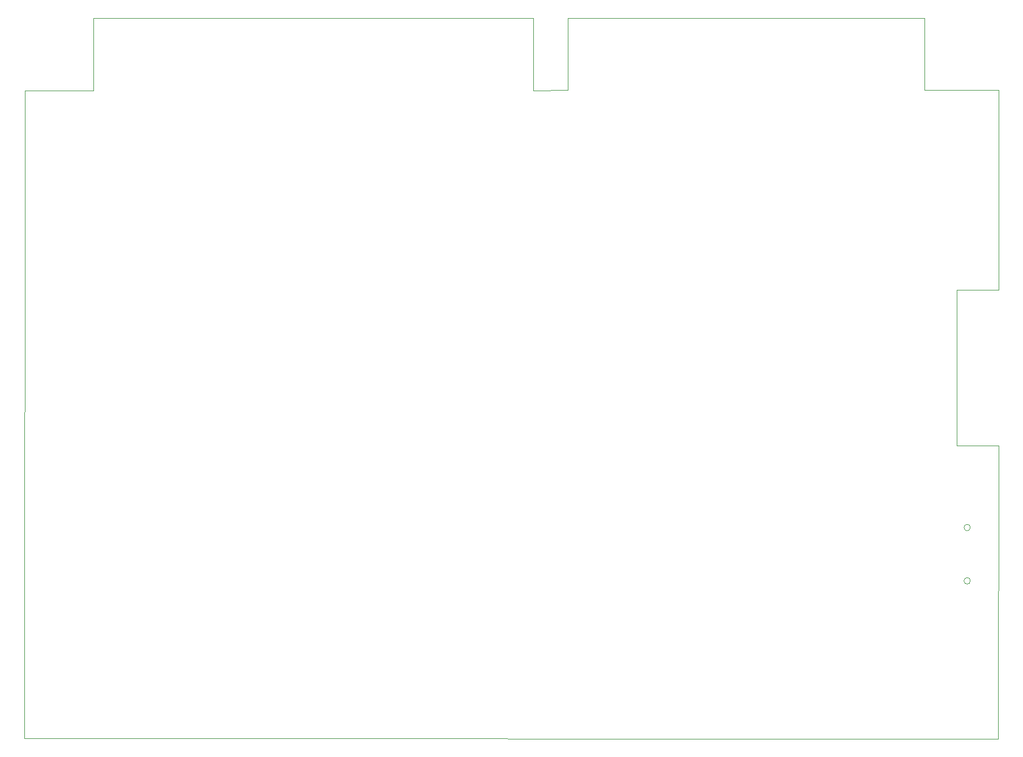
<source format=gbr>
%TF.GenerationSoftware,KiCad,Pcbnew,(6.0.11)*%
%TF.CreationDate,2023-03-16T11:57:12-07:00*%
%TF.ProjectId,TRS-IO++,5452532d-494f-42b2-9b2e-6b696361645f,rev?*%
%TF.SameCoordinates,Original*%
%TF.FileFunction,Profile,NP*%
%FSLAX46Y46*%
G04 Gerber Fmt 4.6, Leading zero omitted, Abs format (unit mm)*
G04 Created by KiCad (PCBNEW (6.0.11)) date 2023-03-16 11:57:12*
%MOMM*%
%LPD*%
G01*
G04 APERTURE LIST*
%TA.AperFunction,Profile*%
%ADD10C,0.050000*%
%TD*%
G04 APERTURE END LIST*
D10*
X206245000Y-102997000D02*
X206181500Y-146862799D01*
X195208700Y-39090600D02*
X141868700Y-39090600D01*
X141868700Y-49885600D02*
X141868700Y-39090600D01*
X136636300Y-49911000D02*
X136636300Y-39116000D01*
X202040631Y-123240800D02*
G75*
G03*
X202040631Y-123240800I-481931J0D01*
G01*
X200022000Y-102997000D02*
X206245000Y-102997000D01*
X60588700Y-146812000D02*
X60639500Y-49936400D01*
X200022000Y-102997000D02*
X200022000Y-79756000D01*
X141868700Y-49885600D02*
X136636300Y-49911000D01*
X202037946Y-115265200D02*
G75*
G03*
X202037946Y-115265200I-479246J0D01*
G01*
X195208700Y-49885600D02*
X195208700Y-39090600D01*
X206245000Y-79756000D02*
X206283100Y-49885600D01*
X60639500Y-49936400D02*
X70850300Y-49911000D01*
X70850300Y-49911000D02*
X70850300Y-39116000D01*
X136636300Y-39116000D02*
X70850300Y-39116000D01*
X200022000Y-79756000D02*
X206245000Y-79756000D01*
X206283100Y-49885600D02*
X195208700Y-49885600D01*
X206181500Y-146862799D02*
X60588700Y-146812000D01*
M02*

</source>
